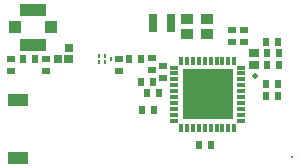
<source format=gtp>
G04 Layer_Color=8421504*
%FSLAX25Y25*%
%MOIN*%
G70*
G01*
G75*
%ADD11R,0.00984X0.01280*%
%ADD12R,0.00984X0.00984*%
%ADD13R,0.01181X0.02559*%
%ADD14R,0.02559X0.01181*%
%ADD15R,0.16535X0.16535*%
%ADD16R,0.03937X0.03937*%
%ADD17R,0.08661X0.04134*%
%ADD18R,0.03150X0.05906*%
%ADD19R,0.03937X0.03543*%
%ADD20R,0.07087X0.03937*%
%ADD21R,0.02598X0.02598*%
%ADD22C,0.02000*%
%ADD23R,0.03200X0.02900*%
%ADD24R,0.02600X0.02400*%
%ADD25R,0.02400X0.02600*%
D11*
X322638Y389075D02*
D03*
Y391339D02*
D03*
X320669D02*
D03*
Y389075D02*
D03*
X324606Y390207D02*
D03*
D12*
X385044Y357571D02*
D03*
D13*
X350010Y367378D02*
D03*
X351979D02*
D03*
X359853D02*
D03*
X361821D02*
D03*
X365758D02*
D03*
X363790Y389622D02*
D03*
X348042D02*
D03*
X350010D02*
D03*
X353947D02*
D03*
X351979D02*
D03*
X355916D02*
D03*
X357884D02*
D03*
X359853D02*
D03*
X361821D02*
D03*
X365758D02*
D03*
X355916Y367378D02*
D03*
X363790D02*
D03*
X353947D02*
D03*
X357884D02*
D03*
X348042D02*
D03*
D14*
X368022Y369642D02*
D03*
Y371610D02*
D03*
Y373579D02*
D03*
Y375547D02*
D03*
X345778D02*
D03*
Y377516D02*
D03*
Y381453D02*
D03*
Y379484D02*
D03*
Y385390D02*
D03*
Y387358D02*
D03*
Y383421D02*
D03*
X368022Y387358D02*
D03*
Y385390D02*
D03*
Y383421D02*
D03*
Y381453D02*
D03*
Y379484D02*
D03*
X345778Y369642D02*
D03*
X368022Y377516D02*
D03*
X345778Y373579D02*
D03*
Y371610D02*
D03*
D15*
X356900Y378500D02*
D03*
D16*
X304555Y400744D02*
D03*
X292743D02*
D03*
D17*
X298649Y394937D02*
D03*
Y406551D02*
D03*
D18*
X344585Y402268D02*
D03*
X338679D02*
D03*
D19*
X349849Y403506D02*
D03*
Y398388D02*
D03*
X356541Y403506D02*
D03*
Y398388D02*
D03*
D20*
X293743Y376477D02*
D03*
Y357185D02*
D03*
D21*
X310505Y390190D02*
D03*
Y393734D02*
D03*
X306957Y390186D02*
D03*
X310501D02*
D03*
D22*
X372726Y384402D02*
D03*
D23*
X372300Y392200D02*
D03*
Y388200D02*
D03*
D24*
X303061Y390231D02*
D03*
Y386231D02*
D03*
X291361Y390273D02*
D03*
Y386273D02*
D03*
X342028Y388024D02*
D03*
Y384024D02*
D03*
X368955Y395769D02*
D03*
Y399769D02*
D03*
X327264Y390287D02*
D03*
Y386287D02*
D03*
X338189Y390386D02*
D03*
Y386386D02*
D03*
X364963Y395790D02*
D03*
Y399790D02*
D03*
D25*
X330776Y390256D02*
D03*
X334776D02*
D03*
X299179Y390149D02*
D03*
X295179D02*
D03*
X338627Y382676D02*
D03*
X334627D02*
D03*
X380365Y377961D02*
D03*
X376365D02*
D03*
X340673Y378798D02*
D03*
X336673D02*
D03*
X380509Y392079D02*
D03*
X376509D02*
D03*
X380323Y381870D02*
D03*
X376323D02*
D03*
X338856Y373060D02*
D03*
X334856D02*
D03*
X380489Y395967D02*
D03*
X376489D02*
D03*
X380510Y388171D02*
D03*
X376510D02*
D03*
X357900Y361400D02*
D03*
X353900D02*
D03*
M02*

</source>
